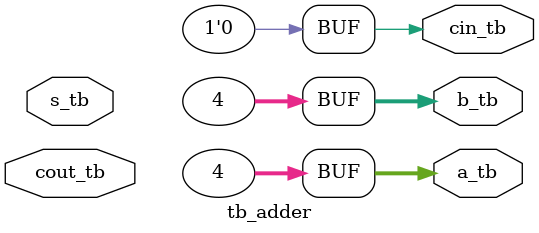
<source format=sv>
module tb_adder(a_tb, b_tb, cin_tb, s_tb, cout_tb);
	output logic [31:0] a_tb;
	output logic [31:0] b_tb;
	input logic [31:0] s_tb;
	output logic cin_tb;
	input logic cout_tb;
	
	adder dut (.a(a_tb), 
			   .b(b_tb), 
			   .cin(cin_tb), 
			   .s(s_tb), 
			   .cout(cout_tb)
			  );
	
	initial begin
		$dumpfile("dump.vcd");
		$dumpvars(0, tb_adder);
		a_tb = 32'h00000000;
		b_tb = 32'h00000004;
		cin_tb = 0;
		#1 a_tb = 32'h00000004;
		b_tb = 32'h00000004;
		cin_tb = 0;
	end
endmodule
		
</source>
